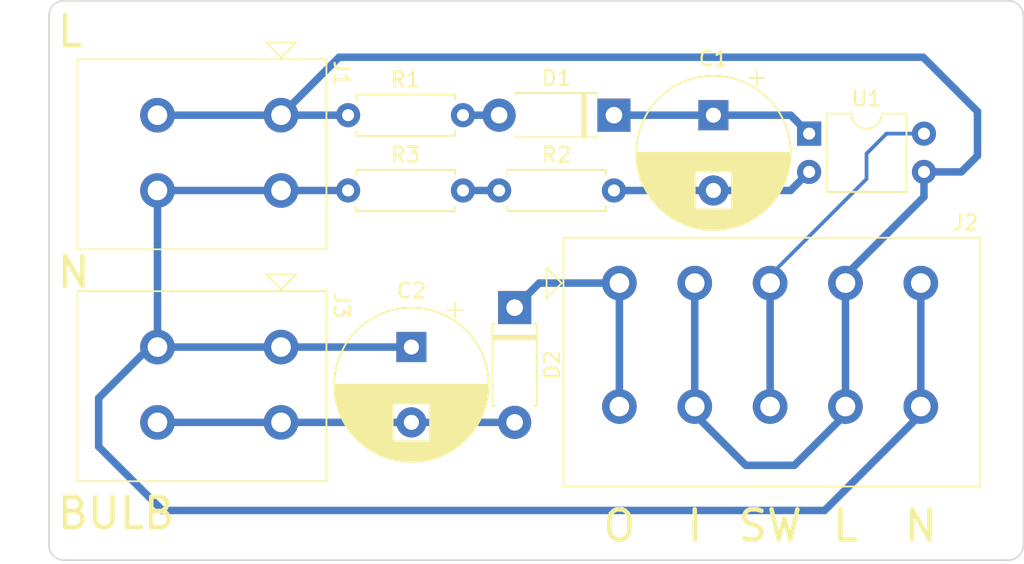
<source format=kicad_pcb>
(kicad_pcb (version 20240108) (generator "pcbnew") (generator_version "8.0")
  (layers (0 "F.Cu" signal) (31 "B.Cu" signal) (34 "B.Paste" user) (35 "F.Paste" user) (36 "B.SilkS" user "B.Silkscreen") (37 "F.SilkS" user "F.Silkscreen") (38 "B.Mask" user) (39 "F.Mask" user) (44 "Edge.Cuts" user))
  (net 0 "")
  (net 1 "Board_0-/O")
  (net 2 "Board_0-/SW")
  (net 3 "Board_0-LINE")
  (net 4 "Board_0-NEUT")
  (net 5 "Board_0-Net-(C1-Pad2)")
  (net 6 "Board_0-Net-(D1-A)")
  (net 7 "Board_0-Net-(D1-K)")
  (net 8 "Board_0-Net-(D2-A)")
  (net 9 "Board_0-Net-(R2-Pad1)")
  (footprint "Capacitor_THT:CP_Radial_D10.0mm_P5.00mm" (layer "F.Cu") (at 140.225 43 -90)
    (property "Reference" "C2" (at -3.75 0 0) (layer "F.SilkS"))
    (property "Value" "4u7 400V")
    (pad "1" thru_hole rect (at 0 0 270) (size 2 2) (drill 1) (layers "*.Cu" "*.Mask") (net 4 "Board_0-NEUT"))
    (pad "2" thru_hole circle (at 5 0 270) (size 2 2) (drill 1) (layers "*.Cu" "*.Mask") (net 8 "Board_0-Net-(D2-A)"))
  )
  (footprint "Package_DIP:DIP-4_W7.62mm" (layer "F.Cu") (at 166.615 28.825)
    (property "Reference" "U1" (at 3.81 -2.33 0) (layer "F.SilkS"))
    (property "Value" "PC817")
    (pad "1" thru_hole rect (at 0 0) (size 1.6 1.6) (drill 0.8) (layers "*.Cu" "*.Mask") (net 7 "Board_0-Net-(D1-K)"))
    (pad "2" thru_hole oval (at 0 2.54) (size 1.6 1.6) (drill 0.8) (layers "*.Cu" "*.Mask") (net 5 "Board_0-Net-(C1-Pad2)"))
    (pad "3" thru_hole oval (at 7.62 2.54) (size 1.6 1.6) (drill 0.8) (layers "*.Cu" "*.Mask") (net 3 "Board_0-LINE"))
    (pad "4" thru_hole oval (at 7.62 0) (size 1.6 1.6) (drill 0.8) (layers "*.Cu" "*.Mask") (net 2 "Board_0-/SW"))
  )
  (footprint "Resistor_THT:R_Axial_DIN0207_L6.3mm_D2.5mm_P7.62mm_Horizontal" (layer "F.Cu") (at 146.045 32.6)
    (property "Reference" "R2" (at 3.81 -2.37 0) (layer "F.SilkS"))
    (property "Value" "33k")
    (pad "1" thru_hole circle (at 0 0) (size 1.6 1.6) (drill 0.8) (layers "*.Cu" "*.Mask") (net 9 "Board_0-Net-(R2-Pad1)"))
    (pad "2" thru_hole oval (at 7.62 0) (size 1.6 1.6) (drill 0.8) (layers "*.Cu" "*.Mask") (net 5 "Board_0-Net-(C1-Pad2)"))
  )
  (footprint "chaotic-neutral:Wago_2604-1102_1x02_P5.00mm_Horizontal" (layer "F.Cu") (at 131.575 43 -90)
    (property "Reference" "J3" (at -3.71 -4.01 -90) (layer "F.SilkS") (effects (justify left)))
    (property "Value" "BULB")
    (pad "1" thru_hole circle (at 0 0 270) (size 2.3 2.3) (drill 1.3) (layers "*.Cu" "*.Mask") (net 4 "Board_0-NEUT"))
    (pad "1" thru_hole circle (at 0 8.2 270) (size 2.3 2.3) (drill 1.3) (layers "*.Cu" "*.Mask") (net 4 "Board_0-NEUT"))
    (pad "2" thru_hole circle (at 5 0 270) (size 2.3 2.3) (drill 1.3) (layers "*.Cu" "*.Mask") (net 8 "Board_0-Net-(D2-A)"))
    (pad "2" thru_hole circle (at 5 8.2 270) (size 2.3 2.3) (drill 1.3) (layers "*.Cu" "*.Mask") (net 8 "Board_0-Net-(D2-A)"))
  )
  (footprint "Resistor_THT:R_Axial_DIN0207_L6.3mm_D2.5mm_P7.62mm_Horizontal" (layer "F.Cu") (at 136.025 27.6)
    (property "Reference" "R1" (at 3.81 -2.37 0) (layer "F.SilkS"))
    (property "Value" "33k")
    (pad "1" thru_hole circle (at 0 0) (size 1.6 1.6) (drill 0.8) (layers "*.Cu" "*.Mask") (net 3 "Board_0-LINE"))
    (pad "2" thru_hole oval (at 7.62 0) (size 1.6 1.6) (drill 0.8) (layers "*.Cu" "*.Mask") (net 6 "Board_0-Net-(D1-A)"))
  )
  (footprint "chaotic-neutral:Wago_2604-1102_1x02_P5.00mm_Horizontal" (layer "F.Cu") (at 131.575 27.6 -90)
    (property "Reference" "J1" (at -3.71 -4.01 -90) (layer "F.SilkS") (effects (justify left)))
    (property "Value" "230VAC")
    (pad "1" thru_hole circle (at 0 0 270) (size 2.3 2.3) (drill 1.3) (layers "*.Cu" "*.Mask") (net 3 "Board_0-LINE"))
    (pad "1" thru_hole circle (at 0 8.2 270) (size 2.3 2.3) (drill 1.3) (layers "*.Cu" "*.Mask") (net 3 "Board_0-LINE"))
    (pad "2" thru_hole circle (at 5 0 270) (size 2.3 2.3) (drill 1.3) (layers "*.Cu" "*.Mask") (net 4 "Board_0-NEUT"))
    (pad "2" thru_hole circle (at 5 8.2 270) (size 2.3 2.3) (drill 1.3) (layers "*.Cu" "*.Mask") (net 4 "Board_0-NEUT"))
  )
  (footprint "Resistor_THT:R_Axial_DIN0207_L6.3mm_D2.5mm_P7.62mm_Horizontal" (layer "F.Cu") (at 136.025 32.6)
    (property "Reference" "R3" (at 3.81 -2.37 0) (layer "F.SilkS"))
    (property "Value" "33k")
    (pad "1" thru_hole circle (at 0 0) (size 1.6 1.6) (drill 0.8) (layers "*.Cu" "*.Mask") (net 4 "Board_0-NEUT"))
    (pad "2" thru_hole oval (at 7.62 0) (size 1.6 1.6) (drill 0.8) (layers "*.Cu" "*.Mask") (net 9 "Board_0-Net-(R2-Pad1)"))
  )
  (footprint "chaotic-neutral:Wago_2604-1105_1x05_P5.00mm_Horizontal" (layer "F.Cu") (at 154.025 38.75)
    (property "Reference" "J2" (at 23.91 -4.01 0) (layer "F.SilkS") (effects (justify right)))
    (property "Value" "SHELLY")
    (pad "1" thru_hole circle (at 0 0) (size 2.3 2.3) (drill 1.3) (layers "*.Cu" "*.Mask") (net 1 "Board_0-/O"))
    (pad "1" thru_hole circle (at 0 8.2) (size 2.3 2.3) (drill 1.3) (layers "*.Cu" "*.Mask") (net 1 "Board_0-/O"))
    (pad "2" thru_hole circle (at 5 0) (size 2.3 2.3) (drill 1.3) (layers "*.Cu" "*.Mask") (net 3 "Board_0-LINE"))
    (pad "2" thru_hole circle (at 5 8.2) (size 2.3 2.3) (drill 1.3) (layers "*.Cu" "*.Mask") (net 3 "Board_0-LINE"))
    (pad "3" thru_hole circle (at 10 0) (size 2.3 2.3) (drill 1.3) (layers "*.Cu" "*.Mask") (net 2 "Board_0-/SW"))
    (pad "3" thru_hole circle (at 10 8.2) (size 2.3 2.3) (drill 1.3) (layers "*.Cu" "*.Mask") (net 2 "Board_0-/SW"))
    (pad "4" thru_hole circle (at 15 0) (size 2.3 2.3) (drill 1.3) (layers "*.Cu" "*.Mask") (net 3 "Board_0-LINE"))
    (pad "4" thru_hole circle (at 15 8.2) (size 2.3 2.3) (drill 1.3) (layers "*.Cu" "*.Mask") (net 3 "Board_0-LINE"))
    (pad "5" thru_hole circle (at 20 0) (size 2.3 2.3) (drill 1.3) (layers "*.Cu" "*.Mask") (net 4 "Board_0-NEUT"))
    (pad "5" thru_hole circle (at 20 8.2) (size 2.3 2.3) (drill 1.3) (layers "*.Cu" "*.Mask") (net 4 "Board_0-NEUT"))
  )
  (footprint "Diode_THT:D_DO-41_SOD81_P7.62mm_Horizontal" (layer "F.Cu") (at 147.075 40.38 -90)
    (property "Reference" "D2" (at 3.81 -2.47 90) (layer "F.SilkS"))
    (property "Value" "1N4004")
    (pad "1" thru_hole rect (at 0 0 270) (size 2.2 2.2) (drill 1.1) (layers "*.Cu" "*.Mask") (net 1 "Board_0-/O"))
    (pad "2" thru_hole oval (at 7.62 0 270) (size 2.2 2.2) (drill 1.1) (layers "*.Cu" "*.Mask") (net 8 "Board_0-Net-(D2-A)"))
  )
  (footprint "Diode_THT:D_DO-41_SOD81_P7.62mm_Horizontal" (layer "F.Cu") (at 153.665 27.6 180)
    (property "Reference" "D1" (at 3.81 2.47 0) (layer "F.SilkS"))
    (property "Value" "1N4004")
    (pad "1" thru_hole rect (at 0 0 180) (size 2.2 2.2) (drill 1.1) (layers "*.Cu" "*.Mask") (net 7 "Board_0-Net-(D1-K)"))
    (pad "2" thru_hole oval (at 7.62 0 180) (size 2.2 2.2) (drill 1.1) (layers "*.Cu" "*.Mask") (net 6 "Board_0-Net-(D1-A)"))
  )
  (footprint "Capacitor_THT:CP_Radial_D10.0mm_P5.00mm" (layer "F.Cu") (at 160.265 27.6 -90)
    (property "Reference" "C1" (at -3.75 0 0) (layer "F.SilkS"))
    (property "Value" "470u 10V")
    (pad "1" thru_hole rect (at 0 0 270) (size 2 2) (drill 1) (layers "*.Cu" "*.Mask") (net 7 "Board_0-Net-(D1-K)"))
    (pad "2" thru_hole circle (at 5 0 270) (size 2 2) (drill 1) (layers "*.Cu" "*.Mask") (net 5 "Board_0-Net-(C1-Pad2)"))
  )
  (gr_line (start 180.825 21) (end 180.825 56.15) (stroke (width 0.1)) (layer "Edge.Cuts"))
  (gr_line (start 117.175 20) (end 179.825 20) (stroke (width 0.1)) (layer "Edge.Cuts"))
  (gr_arc (start 179.825 20) (mid 180.532106 20.292893) (end 180.825 21) (stroke (width 0.1)) (layer "Edge.Cuts"))
  (gr_arc (start 180.825 56.15) (mid 180.532106 56.857106) (end 179.825 57.15) (stroke (width 0.1)) (layer "Edge.Cuts"))
  (gr_arc (start 117.175 57.15) (mid 116.467893 56.857106) (end 116.175 56.15) (stroke (width 0.1)) (layer "Edge.Cuts"))
  (gr_arc (start 116.175 21) (mid 116.467893 20.292893) (end 117.175 20) (stroke (width 0.1)) (layer "Edge.Cuts"))
  (gr_line (start 116.175 56.15) (end 116.175 21) (stroke (width 0.1)) (layer "Edge.Cuts"))
  (gr_line (start 179.825 57.15) (end 117.175 57.15) (stroke (width 0.1)) (layer "Edge.Cuts"))
  (gr_text "SW" (at 164.025 53.7 0) (layer "F.SilkS") (effects (font (size 2 2) (thickness 0.3)) (justify top)))
  (gr_text "I" (at 159.025 53.7 0) (layer "F.SilkS") (effects (font (size 2 2) (thickness 0.3)) (justify top)))
  (gr_text "L" (at 169.025 53.7 0) (layer "F.SilkS") (effects (font (size 2 2) (thickness 0.3)) (justify top)))
  (gr_text "O" (at 154.025 53.7 0) (layer "F.SilkS") (effects (font (size 2 2) (thickness 0.3)) (justify top)))
  (gr_text "N" (at 116.575 39.2 0) (layer "F.SilkS") (effects (font (size 2 2) (thickness 0.3)) (justify left bottom)))
  (gr_text "N" (at 174.025 53.7 0) (layer "F.SilkS") (effects (font (size 2 2) (thickness 0.3)) (justify top)))
  (gr_text "BULB" (at 116.575 55.2 0) (layer "F.SilkS") (effects (font (size 2 2) (thickness 0.3)) (justify left bottom)))
  (gr_text "L" (at 116.575 23.2 0) (layer "F.SilkS") (effects (font (size 2 2) (thickness 0.3)) (justify left bottom)))
  (segment (start 148.705 38.75) (end 154.025 38.75) (width 0.5) (layer "B.Cu") (net 1))
  (segment (start 154.025 46.95) (end 154.025 38.75) (width 0.5) (layer "B.Cu") (net 1))
  (segment (start 147.075 40.38) (end 148.705 38.75) (width 0.5) (layer "B.Cu") (net 1))
  (segment (start 170.425 30.15) (end 171.75 28.825) (width 0.25) (layer "B.Cu") (net 2))
  (segment (start 171.75 28.825) (end 174.235 28.825) (width 0.25) (layer "B.Cu") (net 2))
  (segment (start 164.025 46.95) (end 164.025 38.75) (width 0.5) (layer "B.Cu") (net 2))
  (segment (start 170.425 31.834567) (end 170.425 30.15) (width 0.25) (layer "B.Cu") (net 2))
  (segment (start 164.025 38.234567) (end 170.425 31.834567) (width 0.25) (layer "B.Cu") (net 2))
  (segment (start 164.025 38.75) (end 164.025 38.234567) (width 0.25) (layer "B.Cu") (net 2))
  (segment (start 169.025 46.95) (end 169.025 38.75) (width 0.5) (layer "B.Cu") (net 3))
  (segment (start 174.180459 23.75) (end 177.785 27.354541) (width 0.5) (layer "B.Cu") (net 3))
  (segment (start 131.575 27.6) (end 136.025 27.6) (width 0.5) (layer "B.Cu") (net 3))
  (segment (start 165.640433 50.85) (end 169.025 47.465433) (width 0.5) (layer "B.Cu") (net 3))
  (segment (start 177.785 30.295) (end 176.715 31.365) (width 0.5) (layer "B.Cu") (net 3))
  (segment (start 169.025 38.234567) (end 174.235 33.024567) (width 0.5) (layer "B.Cu") (net 3))
  (segment (start 162.409567 50.85) (end 165.640433 50.85) (width 0.5) (layer "B.Cu") (net 3))
  (segment (start 159.025 46.95) (end 159.025 38.75) (width 0.5) (layer "B.Cu") (net 3))
  (segment (start 176.715 31.365) (end 174.235 31.365) (width 0.5) (layer "B.Cu") (net 3))
  (segment (start 159.025 46.95) (end 159.025 47.465433) (width 0.5) (layer "B.Cu") (net 3))
  (segment (start 177.785 27.354541) (end 177.785 30.295) (width 0.5) (layer "B.Cu") (net 3))
  (segment (start 169.025 47.465433) (end 169.025 46.95) (width 0.5) (layer "B.Cu") (net 3))
  (segment (start 135.425 23.75) (end 174.180459 23.75) (width 0.5) (layer "B.Cu") (net 3))
  (segment (start 131.575 27.6) (end 123.375 27.6) (width 0.5) (layer "B.Cu") (net 3))
  (segment (start 131.575 27.6) (end 135.425 23.75) (width 0.5) (layer "B.Cu") (net 3))
  (segment (start 174.235 33.024567) (end 174.235 31.365) (width 0.5) (layer "B.Cu") (net 3))
  (segment (start 169.025 38.75) (end 169.025 38.234567) (width 0.5) (layer "B.Cu") (net 3))
  (segment (start 159.025 47.465433) (end 162.409567 50.85) (width 0.5) (layer "B.Cu") (net 3))
  (segment (start 174.025 47.465433) (end 167.640433 53.85) (width 0.5) (layer "B.Cu") (net 4))
  (segment (start 119.475 46.384566) (end 122.859566 43) (width 0.5) (layer "B.Cu") (net 4))
  (segment (start 122.859566 43) (end 123.375 43) (width 0.5) (layer "B.Cu") (net 4))
  (segment (start 119.475 49.615433) (end 119.475 46.384566) (width 0.5) (layer "B.Cu") (net 4))
  (segment (start 131.575 43) (end 140.225 43) (width 0.5) (layer "B.Cu") (net 4))
  (segment (start 123.375 32.6) (end 123.375 43) (width 0.5) (layer "B.Cu") (net 4))
  (segment (start 174.025 46.95) (end 174.025 47.465433) (width 0.5) (layer "B.Cu") (net 4))
  (segment (start 123.709567 53.85) (end 119.475 49.615433) (width 0.5) (layer "B.Cu") (net 4))
  (segment (start 131.575 43) (end 123.375 43) (width 0.5) (layer "B.Cu") (net 4))
  (segment (start 131.575 32.6) (end 123.375 32.6) (width 0.5) (layer "B.Cu") (net 4))
  (segment (start 136.025 32.6) (end 131.575 32.6) (width 0.5) (layer "B.Cu") (net 4))
  (segment (start 167.640433 53.85) (end 123.709567 53.85) (width 0.5) (layer "B.Cu") (net 4))
  (segment (start 174.025 38.75) (end 174.025 46.95) (width 0.5) (layer "B.Cu") (net 4))
  (segment (start 160.265 32.6) (end 165.38 32.6) (width 0.5) (layer "B.Cu") (net 5))
  (segment (start 165.38 32.6) (end 166.615 31.365) (width 0.5) (layer "B.Cu") (net 5))
  (segment (start 160.265 32.6) (end 153.665 32.6) (width 0.5) (layer "B.Cu") (net 5))
  (segment (start 143.645 27.6) (end 146.045 27.6) (width 0.5) (layer "B.Cu") (net 6))
  (segment (start 160.265 27.6) (end 165.39 27.6) (width 0.5) (layer "B.Cu") (net 7))
  (segment (start 153.665 27.6) (end 160.265 27.6) (width 0.5) (layer "B.Cu") (net 7))
  (segment (start 165.39 27.6) (end 166.615 28.825) (width 0.5) (layer "B.Cu") (net 7))
  (segment (start 131.575 48) (end 123.375 48) (width 0.5) (layer "B.Cu") (net 8))
  (segment (start 131.575 48) (end 140.225 48) (width 0.5) (layer "B.Cu") (net 8))
  (segment (start 140.225 48) (end 147.075 48) (width 0.5) (layer "B.Cu") (net 8))
  (segment (start 146.045 32.6) (end 143.645 32.6) (width 0.5) (layer "B.Cu") (net 9))
)
</source>
